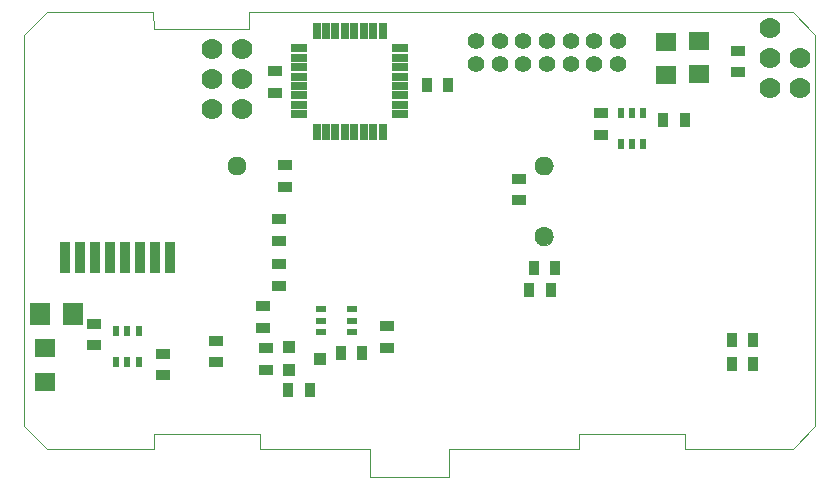
<source format=gts>
G75*
%MOIN*%
%OFA0B0*%
%FSLAX25Y25*%
%IPPOS*%
%LPD*%
%AMOC8*
5,1,8,0,0,1.08239X$1,22.5*
%
%ADD10C,0.00000*%
%ADD11C,0.06306*%
%ADD12R,0.06699X0.07487*%
%ADD13R,0.03550X0.05124*%
%ADD14R,0.05124X0.03550*%
%ADD15C,0.05550*%
%ADD16R,0.10400X0.03400*%
%ADD17R,0.02408X0.03550*%
%ADD18R,0.03550X0.02408*%
%ADD19R,0.05400X0.02600*%
%ADD20R,0.02600X0.05400*%
%ADD21R,0.03943X0.04337*%
%ADD22C,0.07000*%
%ADD23R,0.06699X0.05912*%
D10*
X0039625Y0018012D02*
X0047188Y0010449D01*
X0083015Y0010449D01*
X0082932Y0015567D01*
X0118365Y0015567D01*
X0118365Y0010449D01*
X0154798Y0010449D01*
X0154798Y0001000D01*
X0181357Y0001000D01*
X0181357Y0010449D01*
X0224664Y0010449D01*
X0224664Y0015567D01*
X0260098Y0015567D01*
X0260098Y0010449D01*
X0295883Y0010449D01*
X0303405Y0017970D01*
X0303405Y0148596D01*
X0295883Y0156118D01*
X0114468Y0156236D01*
X0114468Y0150449D01*
X0082893Y0150449D01*
X0082724Y0156118D01*
X0047147Y0156118D01*
X0039625Y0148596D01*
X0039625Y0018012D01*
X0107538Y0104937D02*
X0107540Y0105045D01*
X0107546Y0105154D01*
X0107556Y0105262D01*
X0107570Y0105369D01*
X0107588Y0105476D01*
X0107609Y0105583D01*
X0107635Y0105688D01*
X0107665Y0105793D01*
X0107698Y0105896D01*
X0107735Y0105998D01*
X0107776Y0106098D01*
X0107820Y0106197D01*
X0107869Y0106295D01*
X0107920Y0106390D01*
X0107975Y0106483D01*
X0108034Y0106575D01*
X0108096Y0106664D01*
X0108161Y0106751D01*
X0108229Y0106835D01*
X0108300Y0106917D01*
X0108374Y0106996D01*
X0108451Y0107072D01*
X0108531Y0107146D01*
X0108614Y0107216D01*
X0108699Y0107284D01*
X0108786Y0107348D01*
X0108876Y0107409D01*
X0108968Y0107467D01*
X0109062Y0107521D01*
X0109158Y0107572D01*
X0109255Y0107619D01*
X0109355Y0107663D01*
X0109456Y0107703D01*
X0109558Y0107739D01*
X0109661Y0107771D01*
X0109766Y0107800D01*
X0109872Y0107824D01*
X0109978Y0107845D01*
X0110085Y0107862D01*
X0110193Y0107875D01*
X0110301Y0107884D01*
X0110410Y0107889D01*
X0110518Y0107890D01*
X0110627Y0107887D01*
X0110735Y0107880D01*
X0110843Y0107869D01*
X0110950Y0107854D01*
X0111057Y0107835D01*
X0111163Y0107812D01*
X0111268Y0107786D01*
X0111373Y0107755D01*
X0111475Y0107721D01*
X0111577Y0107683D01*
X0111677Y0107641D01*
X0111776Y0107596D01*
X0111873Y0107547D01*
X0111967Y0107494D01*
X0112060Y0107438D01*
X0112151Y0107379D01*
X0112240Y0107316D01*
X0112326Y0107251D01*
X0112410Y0107182D01*
X0112491Y0107110D01*
X0112569Y0107035D01*
X0112645Y0106957D01*
X0112718Y0106876D01*
X0112788Y0106793D01*
X0112854Y0106708D01*
X0112918Y0106620D01*
X0112978Y0106529D01*
X0113035Y0106437D01*
X0113088Y0106342D01*
X0113138Y0106246D01*
X0113184Y0106148D01*
X0113227Y0106048D01*
X0113266Y0105947D01*
X0113301Y0105844D01*
X0113333Y0105741D01*
X0113360Y0105636D01*
X0113384Y0105530D01*
X0113404Y0105423D01*
X0113420Y0105316D01*
X0113432Y0105208D01*
X0113440Y0105100D01*
X0113444Y0104991D01*
X0113444Y0104883D01*
X0113440Y0104774D01*
X0113432Y0104666D01*
X0113420Y0104558D01*
X0113404Y0104451D01*
X0113384Y0104344D01*
X0113360Y0104238D01*
X0113333Y0104133D01*
X0113301Y0104030D01*
X0113266Y0103927D01*
X0113227Y0103826D01*
X0113184Y0103726D01*
X0113138Y0103628D01*
X0113088Y0103532D01*
X0113035Y0103437D01*
X0112978Y0103345D01*
X0112918Y0103254D01*
X0112854Y0103166D01*
X0112788Y0103081D01*
X0112718Y0102998D01*
X0112645Y0102917D01*
X0112569Y0102839D01*
X0112491Y0102764D01*
X0112410Y0102692D01*
X0112326Y0102623D01*
X0112240Y0102558D01*
X0112151Y0102495D01*
X0112060Y0102436D01*
X0111968Y0102380D01*
X0111873Y0102327D01*
X0111776Y0102278D01*
X0111677Y0102233D01*
X0111577Y0102191D01*
X0111475Y0102153D01*
X0111373Y0102119D01*
X0111268Y0102088D01*
X0111163Y0102062D01*
X0111057Y0102039D01*
X0110950Y0102020D01*
X0110843Y0102005D01*
X0110735Y0101994D01*
X0110627Y0101987D01*
X0110518Y0101984D01*
X0110410Y0101985D01*
X0110301Y0101990D01*
X0110193Y0101999D01*
X0110085Y0102012D01*
X0109978Y0102029D01*
X0109872Y0102050D01*
X0109766Y0102074D01*
X0109661Y0102103D01*
X0109558Y0102135D01*
X0109456Y0102171D01*
X0109355Y0102211D01*
X0109255Y0102255D01*
X0109158Y0102302D01*
X0109062Y0102353D01*
X0108968Y0102407D01*
X0108876Y0102465D01*
X0108786Y0102526D01*
X0108699Y0102590D01*
X0108614Y0102658D01*
X0108531Y0102728D01*
X0108451Y0102802D01*
X0108374Y0102878D01*
X0108300Y0102957D01*
X0108229Y0103039D01*
X0108161Y0103123D01*
X0108096Y0103210D01*
X0108034Y0103299D01*
X0107975Y0103391D01*
X0107920Y0103484D01*
X0107869Y0103579D01*
X0107820Y0103677D01*
X0107776Y0103776D01*
X0107735Y0103876D01*
X0107698Y0103978D01*
X0107665Y0104081D01*
X0107635Y0104186D01*
X0107609Y0104291D01*
X0107588Y0104398D01*
X0107570Y0104505D01*
X0107556Y0104612D01*
X0107546Y0104720D01*
X0107540Y0104829D01*
X0107538Y0104937D01*
X0209900Y0104937D02*
X0209902Y0105045D01*
X0209908Y0105154D01*
X0209918Y0105262D01*
X0209932Y0105369D01*
X0209950Y0105476D01*
X0209971Y0105583D01*
X0209997Y0105688D01*
X0210027Y0105793D01*
X0210060Y0105896D01*
X0210097Y0105998D01*
X0210138Y0106098D01*
X0210182Y0106197D01*
X0210231Y0106295D01*
X0210282Y0106390D01*
X0210337Y0106483D01*
X0210396Y0106575D01*
X0210458Y0106664D01*
X0210523Y0106751D01*
X0210591Y0106835D01*
X0210662Y0106917D01*
X0210736Y0106996D01*
X0210813Y0107072D01*
X0210893Y0107146D01*
X0210976Y0107216D01*
X0211061Y0107284D01*
X0211148Y0107348D01*
X0211238Y0107409D01*
X0211330Y0107467D01*
X0211424Y0107521D01*
X0211520Y0107572D01*
X0211617Y0107619D01*
X0211717Y0107663D01*
X0211818Y0107703D01*
X0211920Y0107739D01*
X0212023Y0107771D01*
X0212128Y0107800D01*
X0212234Y0107824D01*
X0212340Y0107845D01*
X0212447Y0107862D01*
X0212555Y0107875D01*
X0212663Y0107884D01*
X0212772Y0107889D01*
X0212880Y0107890D01*
X0212989Y0107887D01*
X0213097Y0107880D01*
X0213205Y0107869D01*
X0213312Y0107854D01*
X0213419Y0107835D01*
X0213525Y0107812D01*
X0213630Y0107786D01*
X0213735Y0107755D01*
X0213837Y0107721D01*
X0213939Y0107683D01*
X0214039Y0107641D01*
X0214138Y0107596D01*
X0214235Y0107547D01*
X0214329Y0107494D01*
X0214422Y0107438D01*
X0214513Y0107379D01*
X0214602Y0107316D01*
X0214688Y0107251D01*
X0214772Y0107182D01*
X0214853Y0107110D01*
X0214931Y0107035D01*
X0215007Y0106957D01*
X0215080Y0106876D01*
X0215150Y0106793D01*
X0215216Y0106708D01*
X0215280Y0106620D01*
X0215340Y0106529D01*
X0215397Y0106437D01*
X0215450Y0106342D01*
X0215500Y0106246D01*
X0215546Y0106148D01*
X0215589Y0106048D01*
X0215628Y0105947D01*
X0215663Y0105844D01*
X0215695Y0105741D01*
X0215722Y0105636D01*
X0215746Y0105530D01*
X0215766Y0105423D01*
X0215782Y0105316D01*
X0215794Y0105208D01*
X0215802Y0105100D01*
X0215806Y0104991D01*
X0215806Y0104883D01*
X0215802Y0104774D01*
X0215794Y0104666D01*
X0215782Y0104558D01*
X0215766Y0104451D01*
X0215746Y0104344D01*
X0215722Y0104238D01*
X0215695Y0104133D01*
X0215663Y0104030D01*
X0215628Y0103927D01*
X0215589Y0103826D01*
X0215546Y0103726D01*
X0215500Y0103628D01*
X0215450Y0103532D01*
X0215397Y0103437D01*
X0215340Y0103345D01*
X0215280Y0103254D01*
X0215216Y0103166D01*
X0215150Y0103081D01*
X0215080Y0102998D01*
X0215007Y0102917D01*
X0214931Y0102839D01*
X0214853Y0102764D01*
X0214772Y0102692D01*
X0214688Y0102623D01*
X0214602Y0102558D01*
X0214513Y0102495D01*
X0214422Y0102436D01*
X0214330Y0102380D01*
X0214235Y0102327D01*
X0214138Y0102278D01*
X0214039Y0102233D01*
X0213939Y0102191D01*
X0213837Y0102153D01*
X0213735Y0102119D01*
X0213630Y0102088D01*
X0213525Y0102062D01*
X0213419Y0102039D01*
X0213312Y0102020D01*
X0213205Y0102005D01*
X0213097Y0101994D01*
X0212989Y0101987D01*
X0212880Y0101984D01*
X0212772Y0101985D01*
X0212663Y0101990D01*
X0212555Y0101999D01*
X0212447Y0102012D01*
X0212340Y0102029D01*
X0212234Y0102050D01*
X0212128Y0102074D01*
X0212023Y0102103D01*
X0211920Y0102135D01*
X0211818Y0102171D01*
X0211717Y0102211D01*
X0211617Y0102255D01*
X0211520Y0102302D01*
X0211424Y0102353D01*
X0211330Y0102407D01*
X0211238Y0102465D01*
X0211148Y0102526D01*
X0211061Y0102590D01*
X0210976Y0102658D01*
X0210893Y0102728D01*
X0210813Y0102802D01*
X0210736Y0102878D01*
X0210662Y0102957D01*
X0210591Y0103039D01*
X0210523Y0103123D01*
X0210458Y0103210D01*
X0210396Y0103299D01*
X0210337Y0103391D01*
X0210282Y0103484D01*
X0210231Y0103579D01*
X0210182Y0103677D01*
X0210138Y0103776D01*
X0210097Y0103876D01*
X0210060Y0103978D01*
X0210027Y0104081D01*
X0209997Y0104186D01*
X0209971Y0104291D01*
X0209950Y0104398D01*
X0209932Y0104505D01*
X0209918Y0104612D01*
X0209908Y0104720D01*
X0209902Y0104829D01*
X0209900Y0104937D01*
X0209900Y0081315D02*
X0209902Y0081423D01*
X0209908Y0081532D01*
X0209918Y0081640D01*
X0209932Y0081747D01*
X0209950Y0081854D01*
X0209971Y0081961D01*
X0209997Y0082066D01*
X0210027Y0082171D01*
X0210060Y0082274D01*
X0210097Y0082376D01*
X0210138Y0082476D01*
X0210182Y0082575D01*
X0210231Y0082673D01*
X0210282Y0082768D01*
X0210337Y0082861D01*
X0210396Y0082953D01*
X0210458Y0083042D01*
X0210523Y0083129D01*
X0210591Y0083213D01*
X0210662Y0083295D01*
X0210736Y0083374D01*
X0210813Y0083450D01*
X0210893Y0083524D01*
X0210976Y0083594D01*
X0211061Y0083662D01*
X0211148Y0083726D01*
X0211238Y0083787D01*
X0211330Y0083845D01*
X0211424Y0083899D01*
X0211520Y0083950D01*
X0211617Y0083997D01*
X0211717Y0084041D01*
X0211818Y0084081D01*
X0211920Y0084117D01*
X0212023Y0084149D01*
X0212128Y0084178D01*
X0212234Y0084202D01*
X0212340Y0084223D01*
X0212447Y0084240D01*
X0212555Y0084253D01*
X0212663Y0084262D01*
X0212772Y0084267D01*
X0212880Y0084268D01*
X0212989Y0084265D01*
X0213097Y0084258D01*
X0213205Y0084247D01*
X0213312Y0084232D01*
X0213419Y0084213D01*
X0213525Y0084190D01*
X0213630Y0084164D01*
X0213735Y0084133D01*
X0213837Y0084099D01*
X0213939Y0084061D01*
X0214039Y0084019D01*
X0214138Y0083974D01*
X0214235Y0083925D01*
X0214329Y0083872D01*
X0214422Y0083816D01*
X0214513Y0083757D01*
X0214602Y0083694D01*
X0214688Y0083629D01*
X0214772Y0083560D01*
X0214853Y0083488D01*
X0214931Y0083413D01*
X0215007Y0083335D01*
X0215080Y0083254D01*
X0215150Y0083171D01*
X0215216Y0083086D01*
X0215280Y0082998D01*
X0215340Y0082907D01*
X0215397Y0082815D01*
X0215450Y0082720D01*
X0215500Y0082624D01*
X0215546Y0082526D01*
X0215589Y0082426D01*
X0215628Y0082325D01*
X0215663Y0082222D01*
X0215695Y0082119D01*
X0215722Y0082014D01*
X0215746Y0081908D01*
X0215766Y0081801D01*
X0215782Y0081694D01*
X0215794Y0081586D01*
X0215802Y0081478D01*
X0215806Y0081369D01*
X0215806Y0081261D01*
X0215802Y0081152D01*
X0215794Y0081044D01*
X0215782Y0080936D01*
X0215766Y0080829D01*
X0215746Y0080722D01*
X0215722Y0080616D01*
X0215695Y0080511D01*
X0215663Y0080408D01*
X0215628Y0080305D01*
X0215589Y0080204D01*
X0215546Y0080104D01*
X0215500Y0080006D01*
X0215450Y0079910D01*
X0215397Y0079815D01*
X0215340Y0079723D01*
X0215280Y0079632D01*
X0215216Y0079544D01*
X0215150Y0079459D01*
X0215080Y0079376D01*
X0215007Y0079295D01*
X0214931Y0079217D01*
X0214853Y0079142D01*
X0214772Y0079070D01*
X0214688Y0079001D01*
X0214602Y0078936D01*
X0214513Y0078873D01*
X0214422Y0078814D01*
X0214330Y0078758D01*
X0214235Y0078705D01*
X0214138Y0078656D01*
X0214039Y0078611D01*
X0213939Y0078569D01*
X0213837Y0078531D01*
X0213735Y0078497D01*
X0213630Y0078466D01*
X0213525Y0078440D01*
X0213419Y0078417D01*
X0213312Y0078398D01*
X0213205Y0078383D01*
X0213097Y0078372D01*
X0212989Y0078365D01*
X0212880Y0078362D01*
X0212772Y0078363D01*
X0212663Y0078368D01*
X0212555Y0078377D01*
X0212447Y0078390D01*
X0212340Y0078407D01*
X0212234Y0078428D01*
X0212128Y0078452D01*
X0212023Y0078481D01*
X0211920Y0078513D01*
X0211818Y0078549D01*
X0211717Y0078589D01*
X0211617Y0078633D01*
X0211520Y0078680D01*
X0211424Y0078731D01*
X0211330Y0078785D01*
X0211238Y0078843D01*
X0211148Y0078904D01*
X0211061Y0078968D01*
X0210976Y0079036D01*
X0210893Y0079106D01*
X0210813Y0079180D01*
X0210736Y0079256D01*
X0210662Y0079335D01*
X0210591Y0079417D01*
X0210523Y0079501D01*
X0210458Y0079588D01*
X0210396Y0079677D01*
X0210337Y0079769D01*
X0210282Y0079862D01*
X0210231Y0079957D01*
X0210182Y0080055D01*
X0210138Y0080154D01*
X0210097Y0080254D01*
X0210060Y0080356D01*
X0210027Y0080459D01*
X0209997Y0080564D01*
X0209971Y0080669D01*
X0209950Y0080776D01*
X0209932Y0080883D01*
X0209918Y0080990D01*
X0209908Y0081098D01*
X0209902Y0081207D01*
X0209900Y0081315D01*
D11*
X0212853Y0081315D03*
X0212853Y0104937D03*
X0110491Y0104937D03*
D12*
G36*
X0059322Y0051643D02*
X0052625Y0051678D01*
X0052664Y0059163D01*
X0059361Y0059128D01*
X0059322Y0051643D01*
G37*
G36*
X0048298Y0051700D02*
X0041601Y0051735D01*
X0041640Y0059220D01*
X0048337Y0059185D01*
X0048298Y0051700D01*
G37*
D13*
X0127771Y0030206D03*
X0134857Y0030206D03*
X0145357Y0042610D03*
X0152444Y0042610D03*
X0208082Y0063449D03*
X0215168Y0063449D03*
X0216668Y0070949D03*
X0209582Y0070949D03*
X0275582Y0046949D03*
X0282668Y0046949D03*
X0282668Y0038949D03*
X0275582Y0038949D03*
X0259822Y0120201D03*
X0252735Y0120201D03*
X0180983Y0131878D03*
X0173897Y0131878D03*
D14*
X0126625Y0104992D03*
X0126625Y0097906D03*
X0124625Y0086992D03*
X0124625Y0079906D03*
X0124625Y0071992D03*
X0124625Y0064906D03*
X0119125Y0057992D03*
X0119125Y0050906D03*
X0120239Y0044000D03*
X0120239Y0036913D03*
X0103625Y0039406D03*
X0103625Y0046492D03*
X0085912Y0042071D03*
X0085912Y0034984D03*
X0063050Y0044957D03*
X0063050Y0052043D03*
X0160708Y0051327D03*
X0160708Y0044240D03*
X0204491Y0093374D03*
X0204491Y0100461D03*
X0231794Y0115209D03*
X0231794Y0122295D03*
X0277503Y0136048D03*
X0277503Y0143135D03*
X0123238Y0136358D03*
X0123238Y0129272D03*
D15*
X0190294Y0138677D03*
X0198168Y0138677D03*
X0206042Y0138677D03*
X0213916Y0138677D03*
X0221790Y0138677D03*
X0229664Y0138677D03*
X0237538Y0138677D03*
X0237538Y0146551D03*
X0229664Y0146551D03*
X0221790Y0146551D03*
X0213916Y0146551D03*
X0206042Y0146551D03*
X0198168Y0146551D03*
X0190294Y0146551D03*
D16*
G36*
X0089929Y0079469D02*
X0089910Y0069070D01*
X0086511Y0069075D01*
X0086530Y0079474D01*
X0089929Y0079469D01*
G37*
G36*
X0084929Y0079478D02*
X0084910Y0069079D01*
X0081511Y0069084D01*
X0081530Y0079483D01*
X0084929Y0079478D01*
G37*
G36*
X0079929Y0079487D02*
X0079910Y0069088D01*
X0076511Y0069093D01*
X0076530Y0079492D01*
X0079929Y0079487D01*
G37*
G36*
X0074929Y0079496D02*
X0074910Y0069097D01*
X0071511Y0069102D01*
X0071530Y0079501D01*
X0074929Y0079496D01*
G37*
G36*
X0069929Y0079504D02*
X0069910Y0069105D01*
X0066511Y0069110D01*
X0066530Y0079509D01*
X0069929Y0079504D01*
G37*
G36*
X0064929Y0079513D02*
X0064910Y0069114D01*
X0061511Y0069119D01*
X0061530Y0079518D01*
X0064929Y0079513D01*
G37*
G36*
X0059929Y0079522D02*
X0059910Y0069123D01*
X0056511Y0069128D01*
X0056530Y0079527D01*
X0059929Y0079522D01*
G37*
G36*
X0054929Y0079531D02*
X0054910Y0069132D01*
X0051511Y0069137D01*
X0051530Y0079536D01*
X0054929Y0079531D01*
G37*
D17*
X0070361Y0049748D03*
X0074101Y0049748D03*
X0077842Y0049748D03*
X0077842Y0039512D03*
X0074101Y0039512D03*
X0070361Y0039512D03*
X0238574Y0112161D03*
X0242314Y0112161D03*
X0246054Y0112161D03*
X0246054Y0122398D03*
X0242314Y0122398D03*
X0238574Y0122398D03*
D18*
X0148842Y0057020D03*
X0148842Y0053280D03*
X0148842Y0049539D03*
X0138605Y0049539D03*
X0138605Y0053280D03*
X0138605Y0057020D03*
D19*
X0131261Y0121990D03*
X0131261Y0125139D03*
X0131261Y0128289D03*
X0131261Y0131439D03*
X0131261Y0134588D03*
X0131261Y0137738D03*
X0131261Y0140887D03*
X0131261Y0144037D03*
X0165061Y0144037D03*
X0165061Y0140887D03*
X0165061Y0137738D03*
X0165061Y0134588D03*
X0165061Y0131439D03*
X0165061Y0128289D03*
X0165061Y0125139D03*
X0165061Y0121990D03*
D20*
X0159185Y0116113D03*
X0156035Y0116113D03*
X0152886Y0116113D03*
X0149736Y0116113D03*
X0146587Y0116113D03*
X0143437Y0116113D03*
X0140287Y0116113D03*
X0137138Y0116113D03*
X0137138Y0149913D03*
X0140287Y0149913D03*
X0143437Y0149913D03*
X0146587Y0149913D03*
X0149736Y0149913D03*
X0152886Y0149913D03*
X0156035Y0149913D03*
X0159185Y0149913D03*
D21*
X0127893Y0044551D03*
X0138129Y0040614D03*
X0127893Y0036677D03*
D22*
X0112125Y0123949D03*
X0102125Y0123949D03*
X0102125Y0133949D03*
X0112125Y0133949D03*
X0112125Y0143949D03*
X0102125Y0143949D03*
X0288214Y0140949D03*
X0298341Y0140949D03*
X0298341Y0130949D03*
X0288214Y0130949D03*
X0288214Y0150949D03*
D23*
X0264525Y0146361D03*
X0253625Y0146261D03*
X0264525Y0135337D03*
X0253625Y0135237D03*
X0046625Y0043961D03*
X0046625Y0032937D03*
M02*

</source>
